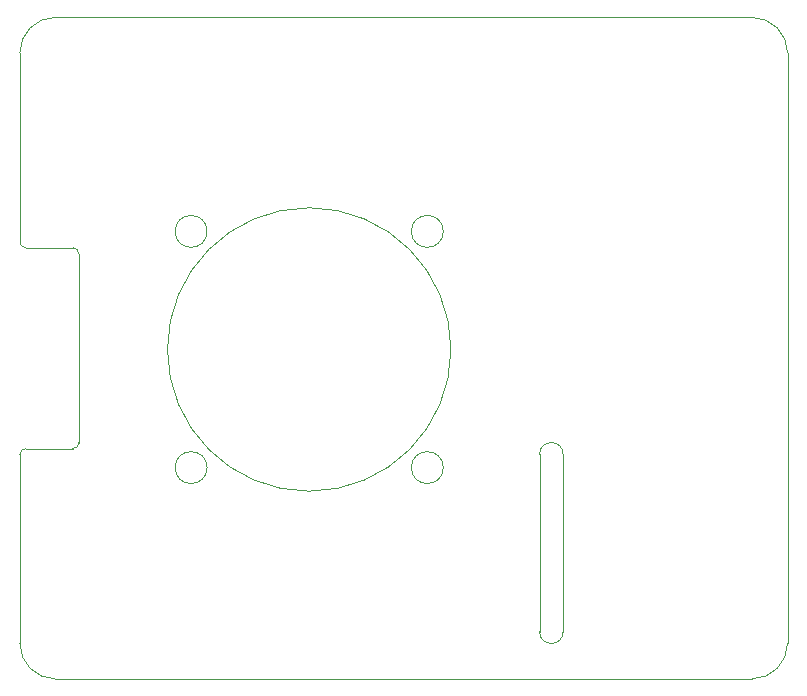
<source format=gm1>
G04 #@! TF.GenerationSoftware,KiCad,Pcbnew,(7.0.0-0)*
G04 #@! TF.CreationDate,2023-03-30T13:11:26+01:00*
G04 #@! TF.ProjectId,Klipper Fan Hat,4b6c6970-7065-4722-9046-616e20486174,rev?*
G04 #@! TF.SameCoordinates,Original*
G04 #@! TF.FileFunction,Profile,NP*
%FSLAX46Y46*%
G04 Gerber Fmt 4.6, Leading zero omitted, Abs format (unit mm)*
G04 Created by KiCad (PCBNEW (7.0.0-0)) date 2023-03-30 13:11:26*
%MOMM*%
%LPD*%
G01*
G04 APERTURE LIST*
G04 #@! TA.AperFunction,Profile*
%ADD10C,0.100000*%
G04 #@! TD*
G04 #@! TA.AperFunction,Profile*
%ADD11C,0.120000*%
G04 #@! TD*
G04 APERTURE END LIST*
D10*
X100000000Y-63000000D02*
G75*
G03*
X100500000Y-63500000I500000J0D01*
G01*
X165000000Y-47000000D02*
G75*
G03*
X162000000Y-44000000I-3000000J0D01*
G01*
X165000000Y-97000000D02*
X165000000Y-47000000D01*
X100000000Y-47000000D02*
X100000000Y-63000000D01*
D11*
X135850000Y-82114000D02*
G75*
G03*
X135850000Y-82114000I-1350000J0D01*
G01*
X135850000Y-62114000D02*
G75*
G03*
X135850000Y-62114000I-1350000J0D01*
G01*
X115850000Y-82114000D02*
G75*
G03*
X115850000Y-82114000I-1350000J0D01*
G01*
D10*
X146000000Y-81000000D02*
X146000000Y-96000000D01*
X144000000Y-96000000D02*
X144000000Y-81000000D01*
X100000000Y-97000000D02*
G75*
G03*
X103000000Y-100000000I3000000J0D01*
G01*
X103000000Y-100000000D02*
X162000000Y-100000000D01*
X104500000Y-80500000D02*
X100499127Y-80500001D01*
X146000000Y-81000000D02*
G75*
G03*
X144000000Y-81000000I-1000000J0D01*
G01*
X100499127Y-80500001D02*
G75*
G03*
X100000000Y-81000000I873J-499999D01*
G01*
X162000000Y-100000000D02*
G75*
G03*
X165000000Y-97000000I0J3000000D01*
G01*
X105000000Y-64000000D02*
X105000000Y-80000000D01*
X103000000Y-44000000D02*
G75*
G03*
X100000000Y-47000000I0J-3000000D01*
G01*
X144000000Y-96000000D02*
G75*
G03*
X146000000Y-96000000I1000000J0D01*
G01*
X100000000Y-81000000D02*
X100000000Y-97000000D01*
D11*
X136500000Y-72114000D02*
G75*
G03*
X136500000Y-72114000I-12000000J0D01*
G01*
D10*
X100500000Y-63500000D02*
X104500000Y-63500000D01*
X104500000Y-80500000D02*
G75*
G03*
X105000000Y-80000000I0J500000D01*
G01*
X105000000Y-64000000D02*
G75*
G03*
X104500000Y-63500000I-500000J0D01*
G01*
X162000000Y-44000000D02*
X103000000Y-44000000D01*
D11*
X115850000Y-62114000D02*
G75*
G03*
X115850000Y-62114000I-1350000J0D01*
G01*
M02*

</source>
